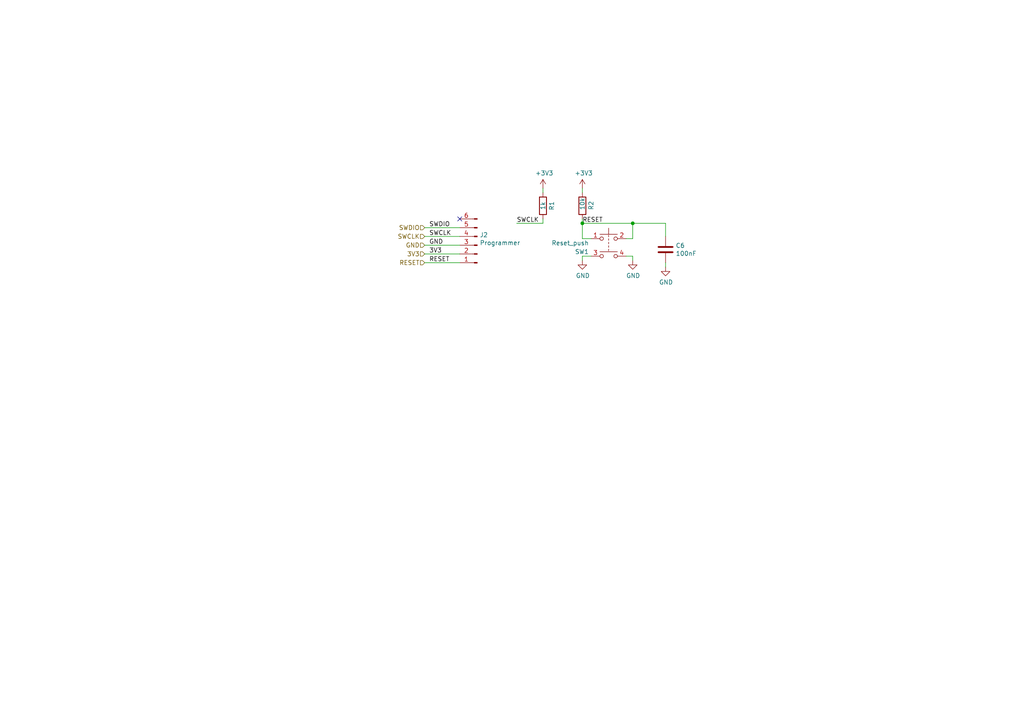
<source format=kicad_sch>
(kicad_sch (version 20200512) (host eeschema "5.99.0-unknown-57e35c9~88~ubuntu19.10.1")
  (page 1 7)
  (paper "A4")
  (lib_symbols
    (symbol "Connector:Conn_01x06_Male" (pin_names hide)
      (property "Reference" "J" (at 0 7.62 0))
      (property "Value" "Conn_01x06_Male" (at 0 -10.16 0))
      (symbol "Conn_01x06_Male_1_1"
        (rectangle (start 0.8636 -7.493) (end 0 -7.747) (stroke (width 0.1524)) (fill (type outline)))
        (rectangle (start 0.8636 -4.953) (end 0 -5.207) (stroke (width 0.1524)) (fill (type outline)))
        (rectangle (start 0.8636 -2.413) (end 0 -2.667) (stroke (width 0.1524)) (fill (type outline)))
        (rectangle (start 0.8636 0.127) (end 0 -0.127) (stroke (width 0.1524)) (fill (type outline)))
        (rectangle (start 0.8636 2.667) (end 0 2.413) (stroke (width 0.1524)) (fill (type outline)))
        (rectangle (start 0.8636 5.207) (end 0 4.953) (stroke (width 0.1524)) (fill (type outline)))
        (polyline (pts (xy 1.27 -7.62) (xy 0.8636 -7.62)) (stroke (width 0.1524)))
        (polyline (pts (xy 1.27 -5.08) (xy 0.8636 -5.08)) (stroke (width 0.1524)))
        (polyline (pts (xy 1.27 -2.54) (xy 0.8636 -2.54)) (stroke (width 0.1524)))
        (polyline (pts (xy 1.27 0) (xy 0.8636 0)) (stroke (width 0.1524)))
        (polyline (pts (xy 1.27 2.54) (xy 0.8636 2.54)) (stroke (width 0.1524)))
        (polyline (pts (xy 1.27 5.08) (xy 0.8636 5.08)) (stroke (width 0.1524)))
        (pin passive line (at 5.08 5.08 180) (length 3.81) (name "Pin_1") (number "1"))
        (pin passive line (at 5.08 2.54 180) (length 3.81) (name "Pin_2") (number "2"))
        (pin passive line (at 5.08 0 180) (length 3.81) (name "Pin_3") (number "3"))
        (pin passive line (at 5.08 -2.54 180) (length 3.81) (name "Pin_4") (number "4"))
        (pin passive line (at 5.08 -5.08 180) (length 3.81) (name "Pin_5") (number "5"))
        (pin passive line (at 5.08 -7.62 180) (length 3.81) (name "Pin_6") (number "6"))
      )
    )
    (symbol "Device:C" (pin_numbers hide) (pin_names (offset 0.254))
      (property "Reference" "C" (at 0.635 2.54 0))
      (property "Value" "C" (at 0.635 -2.54 0))
      (symbol "C_0_1"
        (polyline (pts (xy -2.032 -0.762) (xy 2.032 -0.762)) (stroke (width 0.508)))
        (polyline (pts (xy -2.032 0.762) (xy 2.032 0.762)) (stroke (width 0.508)))
      )
      (symbol "C_1_1"
        (pin passive line (at 0 3.81 270) (length 2.794) (name "~") (number "1"))
        (pin passive line (at 0 -3.81 90) (length 2.794) (name "~") (number "2"))
      )
    )
    (symbol "Device:R" (pin_numbers hide) (pin_names (offset 0))
      (property "Reference" "R" (at 2.032 0 90))
      (property "Value" "R" (at 0 0 90))
      (symbol "R_0_1"
        (rectangle (start -1.016 -2.54) (end 1.016 2.54) (stroke (width 0.254)))
      )
      (symbol "R_1_1"
        (pin passive line (at 0 3.81 270) (length 1.27) (name "~") (number "1"))
        (pin passive line (at 0 -3.81 90) (length 1.27) (name "~") (number "2"))
      )
    )
    (symbol "Switch:SW_Push_Dual" (pin_names hide)
      (property "Reference" "SW" (at 1.27 2.54 0))
      (property "Value" "SW_Push_Dual" (at 0 -6.858 0))
      (symbol "SW_Push_Dual_0_1"
        (circle (center -2.032 -5.08) (radius 0.508))
        (circle (center -2.032 0) (radius 0.508))
        (circle (center 2.032 -5.08) (radius 0.508))
        (circle (center 2.032 0) (radius 0.508))
        (polyline (pts (xy 0 -3.048) (xy 0 -3.556)))
        (polyline (pts (xy 0 -2.032) (xy 0 -2.54)))
        (polyline (pts (xy 0 -1.524) (xy 0 -1.016)))
        (polyline (pts (xy 0 -0.508) (xy 0 0)))
        (polyline (pts (xy 0 0.508) (xy 0 1.016)))
        (polyline (pts (xy 0 1.27) (xy 0 3.048)))
        (polyline (pts (xy 2.54 -3.81) (xy -2.54 -3.81)))
        (polyline (pts (xy 2.54 1.27) (xy -2.54 1.27)))
        (pin passive line (at -5.08 0 0) (length 2.54) (name "1") (number "1"))
        (pin passive line (at 5.08 0 180) (length 2.54) (name "2") (number "2"))
        (pin passive line (at -5.08 -5.08 0) (length 2.54) (name "3") (number "3"))
        (pin passive line (at 5.08 -5.08 180) (length 2.54) (name "4") (number "4"))
      )
    )
    (symbol "power:+3V3" (power) (pin_names (offset 0))
      (property "Value" "+3V3" (at 0 3.556 0))
      (symbol "+3V3_0_1"
        (polyline (pts (xy -0.762 1.27) (xy 0 2.54)))
        (polyline (pts (xy 0 0) (xy 0 2.54)))
        (polyline (pts (xy 0 2.54) (xy 0.762 1.27)))
      )
      (symbol "+3V3_1_1"
        (pin power_in line (at 0 0 90) (length 0) hide (name "+3V3") (number "1"))
      )
    )
    (symbol "power:GND" (power) (pin_names (offset 0))
      (property "Value" "GND" (at 0 -3.81 0))
      (symbol "GND_0_1"
        (polyline (pts (xy 0 0) (xy 0 -1.27) (xy 1.27 -1.27) (xy 0 -2.54) (xy -1.27 -1.27) (xy 0 -1.27)))
      )
      (symbol "GND_1_1"
        (pin power_in line (at 0 0 270) (length 0) hide (name "GND") (number "1"))
      )
    )
  )
  (junction (at 168.91 64.77))
  (junction (at 183.515 64.77))
  (no_connect (at 133.35 63.5))
  (wire (pts (xy 123.19 66.04) (xy 133.35 66.04)))
  (wire (pts (xy 123.19 68.58) (xy 133.35 68.58)))
  (wire (pts (xy 123.19 71.12) (xy 133.35 71.12)))
  (wire (pts (xy 123.19 73.66) (xy 133.35 73.66)))
  (wire (pts (xy 123.19 76.2) (xy 133.35 76.2)))
  (wire (pts (xy 157.48 55.88) (xy 157.48 54.61)))
  (wire (pts (xy 157.48 63.5) (xy 157.48 64.77)))
  (wire (pts (xy 157.48 64.77) (xy 149.86 64.77)))
  (wire (pts (xy 168.91 54.61) (xy 168.91 55.88)))
  (wire (pts (xy 168.91 63.5) (xy 168.91 64.77)))
  (wire (pts (xy 168.91 64.77) (xy 168.91 69.215)))
  (wire (pts (xy 168.91 64.77) (xy 183.515 64.77)))
  (wire (pts (xy 168.91 69.215) (xy 171.45 69.215)))
  (wire (pts (xy 168.91 74.295) (xy 168.91 75.565)))
  (wire (pts (xy 168.91 74.295) (xy 171.45 74.295)))
  (wire (pts (xy 181.61 69.215) (xy 183.515 69.215)))
  (wire (pts (xy 181.61 74.295) (xy 183.515 74.295)))
  (wire (pts (xy 183.515 64.77) (xy 193.04 64.77)))
  (wire (pts (xy 183.515 69.215) (xy 183.515 64.77)))
  (wire (pts (xy 183.515 74.295) (xy 183.515 75.565)))
  (wire (pts (xy 193.04 64.77) (xy 193.04 68.58)))
  (wire (pts (xy 193.04 76.2) (xy 193.04 77.47)))
  (label "SWDIO" (at 124.46 66.04 0))
  (label "SWCLK" (at 124.46 68.58 0))
  (label "GND" (at 124.46 71.12 0))
  (label "3V3" (at 124.46 73.66 0))
  (label "RESET" (at 124.46 76.2 0))
  (label "SWCLK" (at 149.86 64.77 0))
  (label "RESET" (at 168.91 64.77 0))
  (hierarchical_label "SWDIO" (shape input) (at 123.19 66.04 180))
  (hierarchical_label "SWCLK" (shape input) (at 123.19 68.58 180))
  (hierarchical_label "GND" (shape input) (at 123.19 71.12 180))
  (hierarchical_label "3V3" (shape input) (at 123.19 73.66 180))
  (hierarchical_label "RESET" (shape input) (at 123.19 76.2 180))
  (symbol (lib_id "power:+3V3") (at 157.48 54.61 0) (unit 1)
    (property "Reference" "#PWR0123" (effects hide))
    (property "Value" "+3V3" (at 157.861 50.2158 0))
  )
  (symbol (lib_id "power:+3V3") (at 168.91 54.61 0) (unit 1)
    (property "Reference" "#PWR0122" (effects hide))
    (property "Value" "+3V3" (at 169.291 50.2158 0))
  )
  (symbol (lib_id "power:GND") (at 168.91 75.565 0) (unit 1)
    (property "Reference" "#PWR0120" (effects hide))
    (property "Value" "GND" (at 169.037 79.9592 0))
  )
  (symbol (lib_id "power:GND") (at 183.515 75.565 0) (unit 1)
    (property "Reference" "#PWR04" (effects hide))
    (property "Value" "GND" (at 183.642 79.9592 0))
  )
  (symbol (lib_id "power:GND") (at 193.04 77.47 0) (unit 1)
    (property "Reference" "#PWR0121" (effects hide))
    (property "Value" "GND" (at 193.167 81.8642 0))
  )
  (symbol (lib_id "Device:R") (at 157.48 59.69 0) (unit 1)
    (property "Reference" "R1" (at 160.02 59.69 90))
    (property "Value" "1k" (at 157.48 59.69 90))
    (property "Footprint" "Resistor_SMD:R_0603_1608Metric_Pad1.05x0.95mm_HandSolder" (effects hide))
  )
  (symbol (lib_id "Device:R") (at 168.91 59.69 0) (unit 1)
    (property "Reference" "R2" (at 171.45 60.96 90) (effects (justify left)))
    (property "Value" "10k" (at 168.91 60.96 90) (effects (justify left)))
    (property "Footprint" "Resistor_SMD:R_0603_1608Metric_Pad1.05x0.95mm_HandSolder" (effects hide))
  )
  (symbol (lib_id "Device:C") (at 193.04 72.39 0) (unit 1)
    (property "Reference" "C6" (at 195.961 71.2216 0) (effects (justify left)))
    (property "Value" "100nF" (at 195.961 73.533 0) (effects (justify left)))
    (property "Footprint" "Capacitor_SMD:C_0603_1608Metric_Pad1.05x0.95mm_HandSolder" (effects hide))
  )
  (symbol (lib_id "Connector:Conn_01x06_Male") (at 138.43 71.12 180) (unit 1)
    (property "Reference" "J2" (at 139.141 68.142 0) (effects (justify right)))
    (property "Value" "Programmer" (at 139.141 70.441 0) (effects (justify right)))
    (property "Footprint" "Connector_Molex:Molex_PicoBlade_53261-0671_1x06-1MP_P1.25mm_Horizontal" (effects hide))
  )
  (symbol (lib_id "Switch:SW_Push_Dual") (at 176.53 69.215 0) (unit 1)
    (property "Reference" "SW1" (at 170.815 73.025 0) (effects (justify right)))
    (property "Value" "Reset_push" (at 170.815 70.485 0) (effects (justify right)))
    (property "Footprint" "Button_Switch_THT:SW_TH_Tactile_Omron_B3F-10xx" (effects hide))
  )
)
</source>
